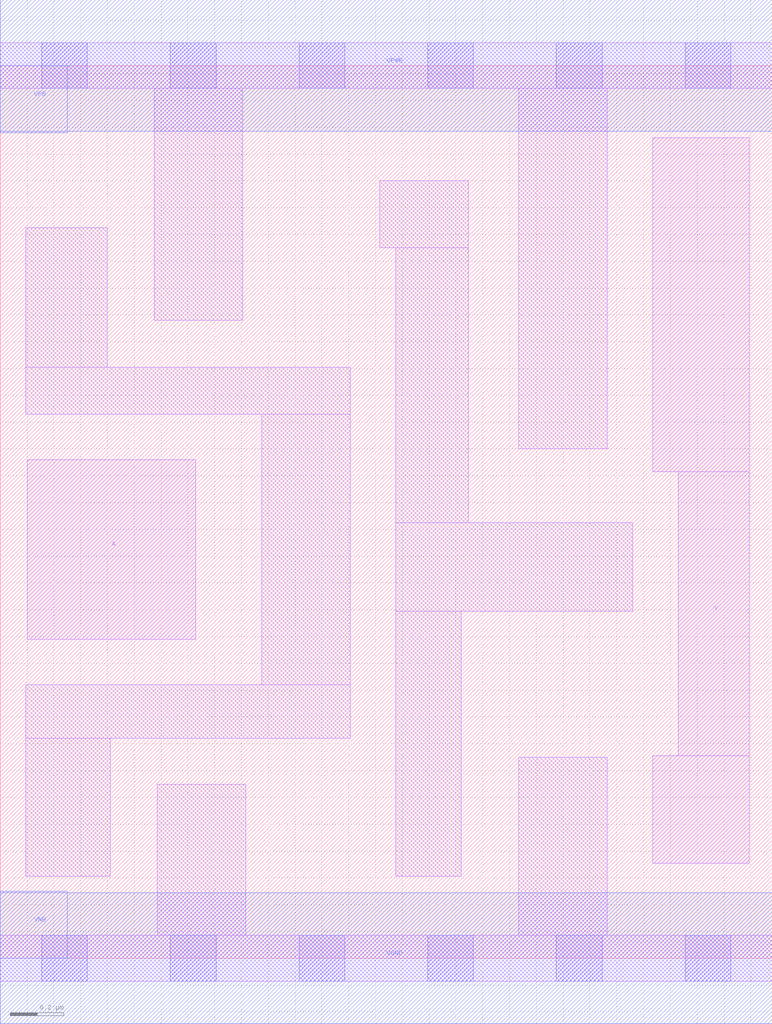
<source format=lef>
# Copyright 2020 The SkyWater PDK Authors
#
# Licensed under the Apache License, Version 2.0 (the "License");
# you may not use this file except in compliance with the License.
# You may obtain a copy of the License at
#
#     https://www.apache.org/licenses/LICENSE-2.0
#
# Unless required by applicable law or agreed to in writing, software
# distributed under the License is distributed on an "AS IS" BASIS,
# WITHOUT WARRANTIES OR CONDITIONS OF ANY KIND, either express or implied.
# See the License for the specific language governing permissions and
# limitations under the License.
#
# SPDX-License-Identifier: Apache-2.0

VERSION 5.5 ;
NAMESCASESENSITIVE ON ;
BUSBITCHARS "[]" ;
DIVIDERCHAR "/" ;
MACRO sky130_fd_sc_ms__clkdlyinv3sd2_1
  CLASS CORE ;
  SOURCE USER ;
  ORIGIN  0.000000  0.000000 ;
  SIZE  2.880000 BY  3.330000 ;
  SYMMETRY X Y ;
  SITE unit ;
  PIN A
    ANTENNAGATEAREA  0.231000 ;
    DIRECTION INPUT ;
    USE SIGNAL ;
    PORT
      LAYER li1 ;
        RECT 0.100000 1.190000 0.730000 1.860000 ;
    END
  END A
  PIN Y
    ANTENNADIFFAREA  0.424900 ;
    DIRECTION OUTPUT ;
    USE SIGNAL ;
    PORT
      LAYER li1 ;
        RECT 2.435000 0.355000 2.795000 0.755000 ;
        RECT 2.435000 1.815000 2.795000 3.060000 ;
        RECT 2.530000 0.755000 2.795000 1.815000 ;
    END
  END Y
  PIN VGND
    DIRECTION INOUT ;
    USE GROUND ;
    PORT
      LAYER met1 ;
        RECT 0.000000 -0.245000 2.880000 0.245000 ;
    END
  END VGND
  PIN VNB
    DIRECTION INOUT ;
    USE GROUND ;
    PORT
      LAYER met1 ;
        RECT 0.000000 0.000000 0.250000 0.250000 ;
    END
  END VNB
  PIN VPB
    DIRECTION INOUT ;
    USE POWER ;
    PORT
      LAYER met1 ;
        RECT 0.000000 3.080000 0.250000 3.330000 ;
    END
  END VPB
  PIN VPWR
    DIRECTION INOUT ;
    USE POWER ;
    PORT
      LAYER met1 ;
        RECT 0.000000 3.085000 2.880000 3.575000 ;
    END
  END VPWR
  OBS
    LAYER li1 ;
      RECT 0.000000 -0.085000 2.880000 0.085000 ;
      RECT 0.000000  3.245000 2.880000 3.415000 ;
      RECT 0.095000  0.305000 0.410000 0.820000 ;
      RECT 0.095000  0.820000 1.305000 1.020000 ;
      RECT 0.095000  2.030000 1.305000 2.205000 ;
      RECT 0.095000  2.205000 0.400000 2.725000 ;
      RECT 0.575000  2.380000 0.905000 3.245000 ;
      RECT 0.585000  0.085000 0.915000 0.650000 ;
      RECT 0.975000  1.020000 1.305000 2.030000 ;
      RECT 1.415000  2.650000 1.745000 2.900000 ;
      RECT 1.475000  0.305000 1.720000 1.295000 ;
      RECT 1.475000  1.295000 2.360000 1.625000 ;
      RECT 1.475000  1.625000 1.745000 2.650000 ;
      RECT 1.935000  0.085000 2.265000 0.750000 ;
      RECT 1.935000  1.900000 2.265000 3.245000 ;
    LAYER mcon ;
      RECT 0.155000 -0.085000 0.325000 0.085000 ;
      RECT 0.155000  3.245000 0.325000 3.415000 ;
      RECT 0.635000 -0.085000 0.805000 0.085000 ;
      RECT 0.635000  3.245000 0.805000 3.415000 ;
      RECT 1.115000 -0.085000 1.285000 0.085000 ;
      RECT 1.115000  3.245000 1.285000 3.415000 ;
      RECT 1.595000 -0.085000 1.765000 0.085000 ;
      RECT 1.595000  3.245000 1.765000 3.415000 ;
      RECT 2.075000 -0.085000 2.245000 0.085000 ;
      RECT 2.075000  3.245000 2.245000 3.415000 ;
      RECT 2.555000 -0.085000 2.725000 0.085000 ;
      RECT 2.555000  3.245000 2.725000 3.415000 ;
  END
END sky130_fd_sc_ms__clkdlyinv3sd2_1

</source>
